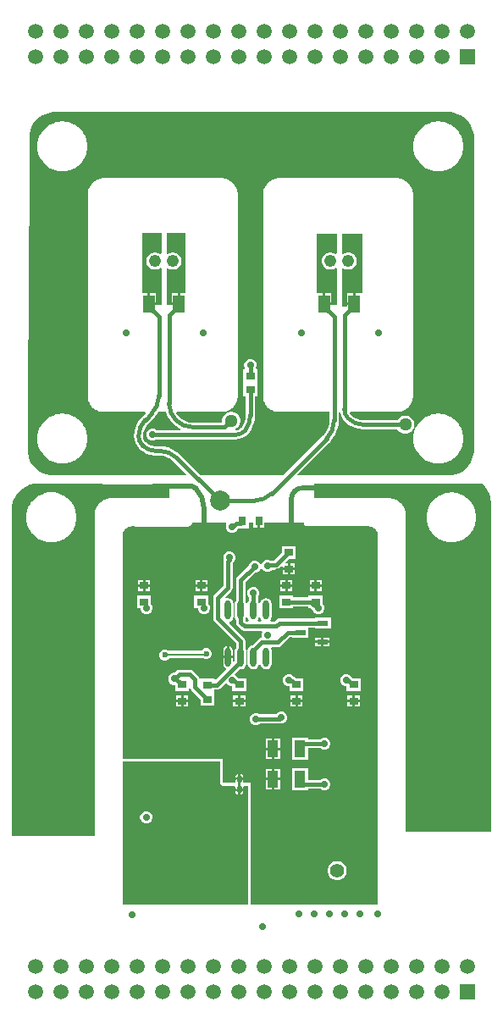
<source format=gbl>
G04*
G04 #@! TF.GenerationSoftware,Altium Limited,Altium Designer,21.8.1 (53)*
G04*
G04 Layer_Physical_Order=4*
G04 Layer_Color=16711680*
%FSLAX24Y24*%
%MOIN*%
G70*
G04*
G04 #@! TF.SameCoordinates,EDC69185-3C86-4443-AEAC-3931C59231B4*
G04*
G04*
G04 #@! TF.FilePolarity,Positive*
G04*
G01*
G75*
%ADD11C,0.0157*%
%ADD31C,0.0080*%
%ADD33O,0.0236X0.0748*%
%ADD34R,0.0354X0.0315*%
%ADD35R,0.0315X0.0354*%
%ADD39R,0.0453X0.0709*%
%ADD40C,0.0197*%
%ADD41C,0.0591*%
%ADD42R,0.0591X0.0591*%
%ADD43C,0.0551*%
%ADD44C,0.0478*%
%ADD45C,0.0276*%
%ADD46C,0.0236*%
%ADD47C,0.0787*%
%ADD48C,0.0512*%
%ADD50R,0.0433X0.0217*%
%ADD51R,0.0433X0.0669*%
G04:AMPARAMS|DCode=52|XSize=19.7mil|YSize=23.6mil|CornerRadius=4.9mil|HoleSize=0mil|Usage=FLASHONLY|Rotation=180.000|XOffset=0mil|YOffset=0mil|HoleType=Round|Shape=RoundedRectangle|*
%AMROUNDEDRECTD52*
21,1,0.0197,0.0138,0,0,180.0*
21,1,0.0098,0.0236,0,0,180.0*
1,1,0.0098,-0.0049,0.0069*
1,1,0.0098,0.0049,0.0069*
1,1,0.0098,0.0049,-0.0069*
1,1,0.0098,-0.0049,-0.0069*
%
%ADD52ROUNDEDRECTD52*%
G36*
X-4511Y10360D02*
X-4558Y10341D01*
X-4560Y10344D01*
X-4638Y10388D01*
X-4724Y10411D01*
X-4813D01*
X-4899Y10388D01*
X-4977Y10344D01*
X-5040Y10281D01*
X-5084Y10203D01*
X-5107Y10117D01*
Y10028D01*
X-5084Y9942D01*
X-5040Y9864D01*
X-4977Y9801D01*
X-4899Y9757D01*
X-4813Y9733D01*
X-4724D01*
X-4638Y9757D01*
X-4560Y9801D01*
X-4558Y9804D01*
X-4511Y9785D01*
Y8330D01*
X-5009D01*
Y8380D01*
X-5059D01*
Y8794D01*
X-5295D01*
X-5303Y8841D01*
Y11130D01*
X-4511D01*
Y10360D01*
D02*
G37*
G36*
X-11418D02*
X-11465Y10341D01*
X-11467Y10344D01*
X-11545Y10388D01*
X-11631Y10411D01*
X-11720D01*
X-11806Y10388D01*
X-11884Y10344D01*
X-11947Y10281D01*
X-11991Y10203D01*
X-12015Y10117D01*
Y10028D01*
X-11991Y9942D01*
X-11947Y9864D01*
X-11884Y9801D01*
X-11806Y9757D01*
X-11720Y9733D01*
X-11631D01*
X-11545Y9757D01*
X-11467Y9801D01*
X-11465Y9804D01*
X-11418Y9785D01*
Y8330D01*
X-11909D01*
Y8380D01*
X-11959D01*
Y8794D01*
X-12169D01*
Y11180D01*
X-11418D01*
Y10360D01*
D02*
G37*
G36*
X-3519Y8834D02*
X-3542Y8794D01*
X-3778D01*
Y8380D01*
X-3828D01*
Y8330D01*
X-4114D01*
Y8280D01*
X-4311D01*
Y9780D01*
X-4261Y9796D01*
X-4192Y9757D01*
X-4106Y9733D01*
X-4017D01*
X-3931Y9757D01*
X-3853Y9801D01*
X-3790Y9864D01*
X-3746Y9942D01*
X-3722Y10028D01*
Y10117D01*
X-3746Y10203D01*
X-3790Y10281D01*
X-3853Y10344D01*
X-3931Y10388D01*
X-4017Y10411D01*
X-4106D01*
X-4192Y10388D01*
X-4261Y10348D01*
X-4311Y10365D01*
Y10630D01*
Y11130D01*
X-3519D01*
Y8834D01*
D02*
G37*
G36*
X-10468Y8794D02*
X-10678D01*
Y8380D01*
X-10728D01*
Y8330D01*
X-11219D01*
Y9780D01*
X-11169Y9796D01*
X-11099Y9757D01*
X-11013Y9733D01*
X-10924D01*
X-10838Y9757D01*
X-10760Y9801D01*
X-10697Y9864D01*
X-10653Y9942D01*
X-10630Y10028D01*
Y10117D01*
X-10653Y10203D01*
X-10697Y10281D01*
X-10760Y10344D01*
X-10838Y10388D01*
X-10924Y10411D01*
X-11013D01*
X-11099Y10388D01*
X-11169Y10348D01*
X-11219Y10365D01*
Y10680D01*
Y11180D01*
X-10468D01*
Y8794D01*
D02*
G37*
G36*
X173Y15891D02*
X355Y15816D01*
X519Y15706D01*
X658Y15567D01*
X768Y15403D01*
X843Y15221D01*
X882Y15028D01*
Y14930D01*
Y2630D01*
Y2531D01*
X843Y2338D01*
X768Y2156D01*
X658Y1992D01*
X519Y1853D01*
X355Y1743D01*
X173Y1668D01*
X-20Y1630D01*
X-6045D01*
X-6065Y1676D01*
X-4818Y2922D01*
X-4782Y2958D01*
X-4782Y2958D01*
X-4662Y3099D01*
X-4565Y3257D01*
X-4494Y3428D01*
X-4451Y3609D01*
X-4436Y3794D01*
X-4436D01*
Y4100D01*
X-4387Y4106D01*
X-4348Y3976D01*
X-4284Y3856D01*
X-4198Y3752D01*
X-4197Y3751D01*
X-4198Y3750D01*
X-4041Y3621D01*
X-3862Y3525D01*
X-3667Y3466D01*
X-3465Y3446D01*
Y3447D01*
X-2124D01*
X-2103Y3411D01*
X-2037Y3345D01*
X-1956Y3298D01*
X-1865Y3274D01*
X-1772D01*
X-1681Y3298D01*
X-1600Y3345D01*
X-1534Y3411D01*
X-1487Y3492D01*
X-1463Y3583D01*
Y3676D01*
X-1487Y3767D01*
X-1534Y3848D01*
X-1600Y3914D01*
X-1681Y3961D01*
X-1772Y3985D01*
X-1865D01*
X-1956Y3961D01*
X-2037Y3914D01*
X-2103Y3848D01*
X-2124Y3812D01*
X-3465D01*
X-3470Y3811D01*
X-3596Y3823D01*
X-3722Y3861D01*
X-3839Y3924D01*
X-3937Y4004D01*
X-3940Y4008D01*
X-3943Y4010D01*
X-3993Y4076D01*
X-3998Y4088D01*
X-3970Y4130D01*
X-3398D01*
X-3398Y4130D01*
X-3383D01*
X-3368Y4127D01*
X-3321D01*
X-3318Y4126D01*
Y4127D01*
X-2168D01*
Y4126D01*
X-2166Y4127D01*
X-2119D01*
X-2104Y4130D01*
X-2089D01*
X-2043Y4139D01*
X-2041Y4139D01*
X-2039Y4140D01*
X-1993Y4149D01*
X-1979Y4155D01*
X-1964Y4157D01*
X-1921Y4175D01*
X-1919Y4176D01*
X-1917Y4177D01*
X-1873Y4195D01*
X-1861Y4204D01*
X-1847Y4209D01*
X-1807Y4235D01*
X-1806Y4236D01*
X-1804Y4238D01*
X-1765Y4264D01*
X-1754Y4275D01*
X-1742Y4283D01*
X-1708Y4316D01*
X-1707Y4318D01*
X-1705Y4319D01*
X-1672Y4353D01*
X-1664Y4365D01*
X-1653Y4376D01*
X-1627Y4415D01*
X-1625Y4417D01*
X-1624Y4419D01*
X-1598Y4458D01*
X-1592Y4472D01*
X-1584Y4484D01*
X-1566Y4528D01*
X-1565Y4530D01*
X-1564Y4532D01*
X-1546Y4575D01*
X-1543Y4590D01*
X-1538Y4604D01*
X-1529Y4650D01*
X-1528Y4652D01*
X-1528Y4654D01*
X-1519Y4700D01*
Y4716D01*
X-1516Y4730D01*
Y4777D01*
X-1515Y4780D01*
X-1516D01*
Y10330D01*
Y12680D01*
X-1515D01*
X-1516Y12682D01*
Y12729D01*
X-1519Y12744D01*
Y12759D01*
X-1528Y12805D01*
X-1528Y12807D01*
X-1529Y12809D01*
X-1538Y12855D01*
X-1543Y12869D01*
X-1546Y12884D01*
X-1564Y12927D01*
X-1565Y12929D01*
X-1566Y12931D01*
X-1584Y12975D01*
X-1592Y12987D01*
X-1598Y13001D01*
X-1624Y13041D01*
X-1625Y13042D01*
X-1627Y13044D01*
X-1653Y13083D01*
X-1664Y13094D01*
X-1672Y13106D01*
X-1705Y13140D01*
X-1707Y13141D01*
X-1708Y13143D01*
X-1742Y13176D01*
X-1754Y13184D01*
X-1765Y13195D01*
X-1804Y13221D01*
X-1806Y13223D01*
X-1807Y13224D01*
X-1847Y13250D01*
X-1861Y13256D01*
X-1873Y13264D01*
X-1917Y13282D01*
X-1919Y13283D01*
X-1921Y13284D01*
X-1964Y13302D01*
X-1979Y13305D01*
X-1993Y13310D01*
X-2039Y13320D01*
X-2041Y13320D01*
X-2043Y13320D01*
X-2089Y13330D01*
X-2104D01*
X-2119Y13332D01*
X-2166D01*
X-2168Y13333D01*
Y13332D01*
X-6769D01*
Y13333D01*
X-6771Y13332D01*
X-6818D01*
X-6833Y13330D01*
X-6848D01*
X-6894Y13320D01*
X-6896Y13320D01*
X-6898Y13320D01*
X-6944Y13310D01*
X-6958Y13305D01*
X-6973Y13302D01*
X-7016Y13284D01*
X-7018Y13283D01*
X-7020Y13282D01*
X-7064Y13264D01*
X-7076Y13256D01*
X-7090Y13250D01*
X-7130Y13224D01*
X-7131Y13223D01*
X-7133Y13221D01*
X-7172Y13195D01*
X-7183Y13184D01*
X-7195Y13176D01*
X-7229Y13143D01*
X-7230Y13141D01*
X-7232Y13140D01*
X-7265Y13106D01*
X-7273Y13094D01*
X-7284Y13083D01*
X-7310Y13044D01*
X-7312Y13042D01*
X-7313Y13041D01*
X-7339Y13001D01*
X-7345Y12987D01*
X-7353Y12975D01*
X-7371Y12931D01*
X-7372Y12929D01*
X-7373Y12927D01*
X-7391Y12884D01*
X-7394Y12869D01*
X-7399Y12855D01*
X-7408Y12809D01*
X-7409Y12807D01*
X-7409Y12805D01*
X-7419Y12759D01*
Y12744D01*
X-7421Y12729D01*
Y12682D01*
X-7422Y12680D01*
X-7421D01*
Y4780D01*
X-7422D01*
X-7421Y4777D01*
Y4730D01*
X-7419Y4716D01*
Y4700D01*
X-7409Y4654D01*
X-7409Y4652D01*
X-7408Y4650D01*
X-7399Y4604D01*
X-7394Y4590D01*
X-7391Y4575D01*
X-7373Y4532D01*
X-7372Y4530D01*
X-7371Y4528D01*
X-7353Y4484D01*
X-7345Y4472D01*
X-7339Y4458D01*
X-7313Y4419D01*
X-7312Y4417D01*
X-7310Y4415D01*
X-7284Y4376D01*
X-7273Y4365D01*
X-7265Y4353D01*
X-7232Y4319D01*
X-7230Y4318D01*
X-7229Y4316D01*
X-7195Y4283D01*
X-7183Y4275D01*
X-7172Y4264D01*
X-7133Y4238D01*
X-7131Y4236D01*
X-7130Y4235D01*
X-7090Y4209D01*
X-7076Y4204D01*
X-7064Y4195D01*
X-7020Y4177D01*
X-7018Y4176D01*
X-7016Y4175D01*
X-6973Y4157D01*
X-6958Y4155D01*
X-6944Y4149D01*
X-6898Y4140D01*
X-6896Y4139D01*
X-6894Y4139D01*
X-6848Y4130D01*
X-6833D01*
X-6818Y4127D01*
X-6771D01*
X-6769Y4126D01*
Y4127D01*
X-5619D01*
Y4126D01*
X-5616Y4127D01*
X-5569D01*
X-5554Y4130D01*
X-4801D01*
Y3794D01*
X-4799Y3786D01*
X-4814Y3634D01*
X-4861Y3480D01*
X-4937Y3338D01*
X-5007Y3252D01*
X-5040Y3216D01*
X-5040Y3216D01*
X-6626Y1630D01*
X-9861D01*
X-10669Y2438D01*
X-10669Y2438D01*
X-10810Y2558D01*
X-10967Y2654D01*
X-11137Y2725D01*
X-11316Y2768D01*
X-11500Y2782D01*
Y2782D01*
X-11667D01*
X-11675Y2781D01*
X-11797Y2797D01*
X-11919Y2847D01*
X-11984Y2897D01*
X-12021Y2929D01*
X-12041Y2949D01*
X-12044Y2951D01*
X-12094Y3015D01*
X-12126Y3094D01*
X-12137Y3175D01*
X-12136Y3179D01*
X-12138Y3185D01*
X-12124Y3320D01*
X-12083Y3455D01*
X-12016Y3580D01*
X-11958Y3652D01*
X-11925Y3688D01*
X-11890Y3724D01*
X-11718Y3896D01*
X-11682Y3931D01*
X-11682Y3931D01*
X-11562Y4072D01*
X-11527Y4130D01*
X-11249D01*
X-11246Y4118D01*
X-11179Y3956D01*
X-11088Y3807D01*
X-10974Y3674D01*
X-10841Y3560D01*
X-10692Y3469D01*
X-10672Y3461D01*
X-10682Y3412D01*
X-11614D01*
X-11634Y3431D01*
X-11721Y3467D01*
X-11816D01*
X-11903Y3431D01*
X-11970Y3364D01*
X-12006Y3277D01*
Y3182D01*
X-11970Y3095D01*
X-11903Y3028D01*
X-11816Y2992D01*
X-11721D01*
X-11634Y3028D01*
X-11614Y3047D01*
X-8513D01*
Y3047D01*
X-8369Y3061D01*
X-8230Y3103D01*
X-8102Y3172D01*
X-7990Y3264D01*
X-7990Y3264D01*
X-7962Y3299D01*
X-7960Y3301D01*
X-7946Y3325D01*
X-7865Y3457D01*
X-7794Y3628D01*
X-7751Y3809D01*
X-7736Y3994D01*
X-7736D01*
Y4746D01*
X-7641D01*
Y5248D01*
X-7641Y5261D01*
Y5298D01*
X-7641Y5311D01*
Y5813D01*
X-7680D01*
X-7687Y5818D01*
X-7710Y5863D01*
X-7681Y5932D01*
Y6027D01*
X-7717Y6114D01*
X-7784Y6181D01*
X-7871Y6217D01*
X-7966D01*
X-8053Y6181D01*
X-8120Y6114D01*
X-8156Y6027D01*
Y5932D01*
X-8127Y5863D01*
X-8150Y5818D01*
X-8157Y5813D01*
X-8196D01*
Y5311D01*
X-8196Y5298D01*
Y5261D01*
X-8196Y5248D01*
Y4746D01*
X-8101D01*
Y3994D01*
X-8099Y3986D01*
X-8114Y3834D01*
X-8161Y3680D01*
X-8237Y3538D01*
X-8258Y3512D01*
X-8325Y3461D01*
X-8416Y3423D01*
X-8492Y3413D01*
X-8508Y3461D01*
X-8450Y3495D01*
X-8384Y3561D01*
X-8337Y3642D01*
X-8313Y3733D01*
Y3826D01*
X-8337Y3917D01*
X-8384Y3998D01*
X-8450Y4064D01*
X-8531Y4111D01*
X-8622Y4135D01*
X-8715D01*
X-8806Y4111D01*
X-8887Y4064D01*
X-8953Y3998D01*
X-9000Y3917D01*
X-9024Y3826D01*
Y3733D01*
X-9040Y3712D01*
X-10186D01*
X-10192Y3710D01*
X-10332Y3724D01*
X-10474Y3767D01*
X-10604Y3837D01*
X-10718Y3930D01*
X-10811Y4044D01*
X-10834Y4087D01*
X-10808Y4130D01*
X-10298D01*
X-10298Y4130D01*
X-10283D01*
X-10268Y4127D01*
X-10221D01*
X-10218Y4126D01*
Y4127D01*
X-9068D01*
Y4126D01*
X-9066Y4127D01*
X-9019D01*
X-9004Y4130D01*
X-8989D01*
X-8943Y4139D01*
X-8941Y4139D01*
X-8939Y4140D01*
X-8893Y4149D01*
X-8879Y4155D01*
X-8864Y4157D01*
X-8821Y4175D01*
X-8819Y4176D01*
X-8817Y4177D01*
X-8773Y4195D01*
X-8761Y4204D01*
X-8747Y4209D01*
X-8707Y4235D01*
X-8706Y4236D01*
X-8704Y4238D01*
X-8665Y4264D01*
X-8654Y4275D01*
X-8642Y4283D01*
X-8608Y4316D01*
X-8607Y4318D01*
X-8605Y4319D01*
X-8572Y4353D01*
X-8564Y4365D01*
X-8553Y4376D01*
X-8527Y4415D01*
X-8525Y4417D01*
X-8524Y4419D01*
X-8498Y4458D01*
X-8492Y4472D01*
X-8484Y4484D01*
X-8466Y4528D01*
X-8465Y4530D01*
X-8464Y4532D01*
X-8446Y4575D01*
X-8443Y4590D01*
X-8438Y4604D01*
X-8429Y4650D01*
X-8428Y4652D01*
X-8428Y4654D01*
X-8418Y4700D01*
Y4716D01*
X-8416Y4730D01*
Y4777D01*
X-8415Y4780D01*
X-8416D01*
Y12680D01*
X-8415D01*
X-8416Y12682D01*
Y12729D01*
X-8418Y12744D01*
Y12759D01*
X-8428Y12805D01*
X-8428Y12807D01*
X-8429Y12809D01*
X-8438Y12855D01*
X-8443Y12869D01*
X-8446Y12884D01*
X-8464Y12927D01*
X-8465Y12929D01*
X-8466Y12931D01*
X-8484Y12975D01*
X-8492Y12987D01*
X-8498Y13001D01*
X-8524Y13041D01*
X-8525Y13042D01*
X-8527Y13044D01*
X-8553Y13083D01*
X-8564Y13094D01*
X-8572Y13106D01*
X-8605Y13140D01*
X-8607Y13141D01*
X-8608Y13143D01*
X-8642Y13176D01*
X-8654Y13184D01*
X-8665Y13195D01*
X-8704Y13221D01*
X-8706Y13223D01*
X-8708Y13224D01*
X-8747Y13250D01*
X-8761Y13256D01*
X-8773Y13264D01*
X-8817Y13282D01*
X-8819Y13283D01*
X-8821Y13284D01*
X-8864Y13302D01*
X-8879Y13305D01*
X-8893Y13310D01*
X-8939Y13320D01*
X-8941Y13320D01*
X-8943Y13320D01*
X-8989Y13330D01*
X-9004D01*
X-9019Y13332D01*
X-9066D01*
X-9068Y13333D01*
Y13332D01*
X-13669D01*
Y13333D01*
X-13671Y13332D01*
X-13718D01*
X-13733Y13330D01*
X-13748D01*
X-13794Y13320D01*
X-13796Y13320D01*
X-13798Y13320D01*
X-13844Y13310D01*
X-13858Y13305D01*
X-13873Y13302D01*
X-13916Y13284D01*
X-13918Y13283D01*
X-13920Y13282D01*
X-13964Y13264D01*
X-13976Y13256D01*
X-13990Y13250D01*
X-14030Y13224D01*
X-14031Y13223D01*
X-14033Y13221D01*
X-14072Y13195D01*
X-14083Y13184D01*
X-14095Y13176D01*
X-14129Y13143D01*
X-14130Y13141D01*
X-14132Y13140D01*
X-14165Y13106D01*
X-14173Y13094D01*
X-14184Y13083D01*
X-14210Y13044D01*
X-14212Y13042D01*
X-14213Y13041D01*
X-14239Y13001D01*
X-14245Y12987D01*
X-14253Y12975D01*
X-14271Y12931D01*
X-14272Y12929D01*
X-14273Y12927D01*
X-14291Y12884D01*
X-14294Y12869D01*
X-14299Y12855D01*
X-14308Y12809D01*
X-14309Y12807D01*
X-14309Y12805D01*
X-14319Y12759D01*
Y12744D01*
X-14321Y12729D01*
Y12682D01*
X-14322Y12680D01*
X-14321D01*
Y4780D01*
X-14322D01*
X-14321Y4777D01*
Y4730D01*
X-14318Y4716D01*
Y4700D01*
X-14309Y4654D01*
X-14309Y4652D01*
X-14308Y4650D01*
X-14299Y4604D01*
X-14294Y4590D01*
X-14291Y4575D01*
X-14273Y4532D01*
X-14272Y4530D01*
X-14271Y4528D01*
X-14253Y4484D01*
X-14245Y4472D01*
X-14239Y4458D01*
X-14213Y4419D01*
X-14212Y4417D01*
X-14210Y4415D01*
X-14184Y4376D01*
X-14173Y4365D01*
X-14165Y4353D01*
X-14132Y4319D01*
X-14130Y4318D01*
X-14129Y4316D01*
X-14095Y4283D01*
X-14083Y4275D01*
X-14072Y4264D01*
X-14033Y4238D01*
X-14031Y4236D01*
X-14030Y4235D01*
X-13990Y4209D01*
X-13976Y4204D01*
X-13964Y4195D01*
X-13920Y4177D01*
X-13918Y4176D01*
X-13916Y4175D01*
X-13873Y4157D01*
X-13858Y4155D01*
X-13844Y4149D01*
X-13798Y4140D01*
X-13796Y4139D01*
X-13794Y4139D01*
X-13748Y4130D01*
X-13733D01*
X-13718Y4127D01*
X-13671D01*
X-13669Y4126D01*
Y4127D01*
X-12519D01*
Y4126D01*
X-12516Y4127D01*
X-12469D01*
X-12454Y4130D01*
X-12065D01*
X-12046Y4083D01*
X-12183Y3946D01*
X-12184Y3945D01*
X-12293Y3816D01*
X-12382Y3671D01*
X-12448Y3514D01*
X-12487Y3349D01*
X-12500Y3180D01*
X-12501Y3179D01*
X-12500Y3177D01*
X-12487Y3044D01*
X-12448Y2915D01*
X-12384Y2796D01*
X-12300Y2692D01*
X-12299Y2691D01*
Y2691D01*
X-12279Y2671D01*
X-12263Y2657D01*
X-12148Y2563D01*
X-11998Y2483D01*
X-11836Y2434D01*
X-11667Y2417D01*
Y2418D01*
X-11500D01*
X-11492Y2419D01*
X-11342Y2404D01*
X-11189Y2358D01*
X-11049Y2283D01*
X-10932Y2187D01*
X-10927Y2181D01*
X-10422Y1676D01*
X-10442Y1630D01*
X-15767D01*
X-15960Y1668D01*
X-16142Y1743D01*
X-16306Y1853D01*
X-16445Y1992D01*
X-16555Y2156D01*
X-16630Y2338D01*
X-16668Y2531D01*
Y2630D01*
Y4730D01*
X-16618Y13630D01*
Y14930D01*
Y15028D01*
X-16580Y15221D01*
X-16505Y15403D01*
X-16395Y15567D01*
X-16256Y15706D01*
X-16092Y15816D01*
X-15910Y15891D01*
X-15717Y15930D01*
X-20D01*
X173Y15891D01*
D02*
G37*
G36*
X-11120Y1280D02*
Y729D01*
X-13399D01*
Y729D01*
X-13401Y729D01*
X-13448D01*
X-13463Y726D01*
X-13478D01*
X-13525Y716D01*
X-13527Y716D01*
X-13529Y716D01*
X-13575Y706D01*
X-13589Y701D01*
X-13604Y698D01*
X-13647Y680D01*
X-13649Y679D01*
X-13651Y678D01*
X-13695Y660D01*
X-13707Y652D01*
X-13721Y646D01*
X-13760Y620D01*
X-13762Y619D01*
X-13764Y617D01*
X-13803Y591D01*
X-13814Y580D01*
X-13826Y572D01*
X-13859Y539D01*
X-13861Y537D01*
X-13862Y536D01*
X-13896Y502D01*
X-13904Y490D01*
X-13915Y479D01*
X-13941Y440D01*
X-13942Y438D01*
X-13943Y437D01*
X-13969Y397D01*
X-13975Y383D01*
X-13984Y371D01*
X-14002Y327D01*
X-14003Y326D01*
X-14003Y324D01*
X-14021Y280D01*
X-14024Y265D01*
X-14030Y251D01*
X-14039Y205D01*
X-14040Y203D01*
X-14040Y201D01*
X-14049Y155D01*
Y140D01*
X-14052Y125D01*
Y78D01*
X-14052Y76D01*
X-14052D01*
Y-774D01*
Y-12550D01*
X-17260D01*
X-17278Y-12542D01*
X-17292Y-12528D01*
X-17300Y-12510D01*
Y-12500D01*
Y300D01*
Y398D01*
X-17262Y592D01*
X-17186Y774D01*
X-17077Y937D01*
X-16937Y1077D01*
X-16774Y1186D01*
X-16592Y1262D01*
X-16398Y1300D01*
X-16300Y1300D01*
X-16300Y1300D01*
X-11120Y1280D01*
D02*
G37*
G36*
X-7538Y-412D02*
X-7370D01*
Y-224D01*
X-5821D01*
X-5810Y-279D01*
X-5777Y-329D01*
X-5727Y-362D01*
X-5669Y-373D01*
X-3253D01*
X-3236Y-374D01*
X-3198Y-379D01*
X-3149Y-389D01*
X-3086Y-415D01*
X-3044Y-443D01*
X-3023Y-459D01*
X-2988Y-495D01*
X-2972Y-515D01*
X-2944Y-557D01*
X-2918Y-620D01*
X-2908Y-670D01*
X-2903Y-707D01*
X-2902Y-724D01*
Y-9524D01*
Y-15190D01*
X-2902Y-15190D01*
X-2902Y-15192D01*
X-2900Y-15203D01*
X-2900Y-15204D01*
X-2899Y-15207D01*
Y-15274D01*
X-7899D01*
Y-10474D01*
X-8172D01*
X-8199Y-10424D01*
X-8197Y-10421D01*
X-8189Y-10379D01*
Y-10360D01*
X-8237D01*
X-8248Y-10344D01*
X-8281Y-10322D01*
X-8320Y-10314D01*
X-8349D01*
X-8389D01*
X-8406Y-10318D01*
X-8423Y-10320D01*
X-8425Y-10321D01*
X-8428Y-10322D01*
X-8442Y-10332D01*
X-8457Y-10341D01*
X-8459Y-10343D01*
X-8461Y-10344D01*
X-8470Y-10359D01*
X-8471Y-10360D01*
X-8510D01*
Y-10379D01*
X-8501Y-10421D01*
X-8499Y-10424D01*
X-8517Y-10474D01*
X-8989D01*
X-8998Y-10473D01*
X-8999Y-10471D01*
Y-9626D01*
Y-9524D01*
X-12946D01*
Y-724D01*
X-12945Y-707D01*
X-12940Y-669D01*
X-12931Y-620D01*
X-12905Y-557D01*
X-12877Y-515D01*
X-12861Y-495D01*
X-12825Y-459D01*
X-12804Y-443D01*
X-12762Y-415D01*
X-12700Y-389D01*
X-12650Y-379D01*
X-12613Y-374D01*
X-12595Y-373D01*
X-12485D01*
X-12465Y-377D01*
X-12465Y-377D01*
Y-377D01*
X-10372D01*
X-10372Y-377D01*
X-10372Y-377D01*
X-10345Y-372D01*
X-10343Y-372D01*
X-10313Y-366D01*
X-10313Y-366D01*
X-10312Y-365D01*
X-10312Y-365D01*
X-10312Y-365D01*
X-10312Y-365D01*
X-10312Y-365D01*
X-10288Y-349D01*
X-10262Y-332D01*
X-10262Y-332D01*
X-10262Y-332D01*
X-10262Y-332D01*
X-10261Y-331D01*
X-10261Y-331D01*
X-10261Y-331D01*
X-10245Y-307D01*
X-10228Y-281D01*
X-10228Y-281D01*
X-10227Y-281D01*
X-10227Y-280D01*
X-10227Y-280D01*
X-10227Y-280D01*
X-10227Y-280D01*
X-10221Y-250D01*
X-10216Y-224D01*
X-8876D01*
X-8855Y-274D01*
X-8888Y-353D01*
Y-447D01*
X-8852Y-535D01*
X-8785Y-602D01*
X-8697Y-638D01*
X-8603D01*
X-8515Y-602D01*
X-8448Y-535D01*
X-8415Y-455D01*
X-8411Y-451D01*
X-8320D01*
X-8320Y-451D01*
X-8302Y-448D01*
X-7984D01*
Y-224D01*
X-7805D01*
Y-412D01*
X-7638D01*
Y-174D01*
X-7538D01*
Y-412D01*
D02*
G37*
G36*
X-8320Y-10633D02*
X-8398D01*
X-8389Y-10416D01*
X-8320D01*
Y-10633D01*
D02*
G37*
G36*
X1211Y1300D02*
X1211Y1300D01*
X1251Y1265D01*
X1323Y1187D01*
X1386Y1101D01*
X1440Y1010D01*
X1483Y913D01*
X1516Y812D01*
X1539Y709D01*
X1550Y603D01*
X1550Y550D01*
X1550Y-12400D01*
X-1796D01*
Y-420D01*
Y76D01*
X-1796D01*
X-1796Y78D01*
Y125D01*
X-1799Y140D01*
Y155D01*
X-1808Y201D01*
X-1809Y203D01*
X-1809Y205D01*
X-1818Y251D01*
X-1824Y265D01*
X-1827Y280D01*
X-1845Y324D01*
X-1846Y326D01*
X-1847Y327D01*
X-1865Y371D01*
X-1873Y383D01*
X-1879Y397D01*
X-1905Y437D01*
X-1906Y438D01*
X-1907Y440D01*
X-1934Y479D01*
X-1944Y490D01*
X-1953Y502D01*
X-1986Y536D01*
X-1987Y537D01*
X-1989Y539D01*
X-2022Y572D01*
X-2035Y580D01*
X-2046Y591D01*
X-2085Y617D01*
X-2086Y619D01*
X-2088Y620D01*
X-2127Y646D01*
X-2141Y652D01*
X-2154Y660D01*
X-2197Y678D01*
X-2199Y679D01*
X-2201Y680D01*
X-2245Y698D01*
X-2260Y701D01*
X-2274Y706D01*
X-2320Y716D01*
X-2322Y716D01*
X-2324Y716D01*
X-2370Y726D01*
X-2385D01*
X-2400Y729D01*
X-2447D01*
X-2449Y729D01*
Y729D01*
X-5400D01*
Y1300D01*
X1165D01*
X1211Y1300D01*
D02*
G37*
G36*
X-9101Y-10474D02*
X-9099Y-10484D01*
Y-10524D01*
X-9086D01*
X-9071Y-10546D01*
X-9038Y-10569D01*
X-8999Y-10576D01*
X-8548D01*
X-8501Y-10618D01*
X-8500Y-10622D01*
X-8500Y-10626D01*
X-8501Y-10627D01*
X-8510Y-10670D01*
Y-10689D01*
X-8481D01*
X-8474Y-10701D01*
X-8472Y-10703D01*
X-8471Y-10705D01*
X-8456Y-10715D01*
X-8442Y-10725D01*
X-8439Y-10726D01*
X-8437Y-10727D01*
X-8420Y-10730D01*
X-8403Y-10735D01*
X-8401Y-10734D01*
X-8398Y-10735D01*
X-8349D01*
X-8320D01*
X-8281Y-10727D01*
X-8248Y-10705D01*
X-8237Y-10689D01*
X-8189D01*
Y-10670D01*
X-8197Y-10627D01*
X-8201Y-10622D01*
X-8197Y-10610D01*
X-8176Y-10581D01*
X-8171Y-10576D01*
X-8001D01*
Y-15274D01*
X-12917D01*
X-12949Y-15236D01*
X-12946Y-15224D01*
Y-9626D01*
X-9101D01*
Y-10474D01*
D02*
G37*
%LPC*%
G36*
X-4959Y8794D02*
Y8430D01*
X-4723D01*
Y8794D01*
X-4959D01*
D02*
G37*
G36*
X-11623D02*
X-11859D01*
Y8430D01*
X-11623D01*
Y8794D01*
D02*
G37*
G36*
X-3878D02*
X-4114D01*
Y8430D01*
X-3878D01*
Y8794D01*
D02*
G37*
G36*
X-10778D02*
X-11014D01*
Y8430D01*
X-10778D01*
Y8794D01*
D02*
G37*
G36*
X-437Y15559D02*
X-600D01*
X-615Y15556D01*
X-630D01*
X-790Y15525D01*
X-803Y15519D01*
X-818Y15516D01*
X-969Y15453D01*
X-981Y15445D01*
X-995Y15439D01*
X-1131Y15349D01*
X-1141Y15338D01*
X-1154Y15330D01*
X-1269Y15215D01*
X-1277Y15202D01*
X-1288Y15192D01*
X-1378Y15056D01*
X-1384Y15042D01*
X-1392Y15030D01*
X-1455Y14879D01*
X-1458Y14864D01*
X-1463Y14851D01*
X-1495Y14691D01*
Y14676D01*
X-1498Y14661D01*
Y14498D01*
X-1495Y14483D01*
Y14468D01*
X-1463Y14309D01*
X-1458Y14295D01*
X-1455Y14280D01*
X-1392Y14129D01*
X-1384Y14117D01*
X-1378Y14103D01*
X-1288Y13968D01*
X-1277Y13957D01*
X-1269Y13944D01*
X-1154Y13829D01*
X-1141Y13821D01*
X-1131Y13810D01*
X-995Y13720D01*
X-981Y13714D01*
X-969Y13706D01*
X-818Y13643D01*
X-803Y13640D01*
X-790Y13635D01*
X-630Y13603D01*
X-615D01*
X-600Y13600D01*
X-437D01*
X-422Y13603D01*
X-407D01*
X-248Y13635D01*
X-234Y13640D01*
X-219Y13643D01*
X-68Y13706D01*
X-56Y13714D01*
X-42Y13720D01*
X93Y13810D01*
X104Y13821D01*
X117Y13829D01*
X232Y13944D01*
X240Y13957D01*
X251Y13968D01*
X341Y14103D01*
X347Y14117D01*
X355Y14129D01*
X418Y14280D01*
X421Y14295D01*
X426Y14309D01*
X458Y14468D01*
Y14483D01*
X461Y14498D01*
Y14661D01*
X458Y14676D01*
Y14691D01*
X426Y14851D01*
X421Y14864D01*
X418Y14879D01*
X355Y15030D01*
X347Y15042D01*
X341Y15056D01*
X251Y15192D01*
X240Y15202D01*
X232Y15215D01*
X117Y15330D01*
X104Y15338D01*
X93Y15349D01*
X-42Y15439D01*
X-56Y15445D01*
X-68Y15453D01*
X-219Y15516D01*
X-234Y15519D01*
X-248Y15525D01*
X-407Y15556D01*
X-422D01*
X-437Y15559D01*
D02*
G37*
G36*
X-15237D02*
X-15400D01*
X-15415Y15556D01*
X-15430D01*
X-15589Y15525D01*
X-15603Y15519D01*
X-15618Y15516D01*
X-15769Y15453D01*
X-15781Y15445D01*
X-15795Y15439D01*
X-15931Y15349D01*
X-15941Y15338D01*
X-15954Y15330D01*
X-16069Y15215D01*
X-16077Y15202D01*
X-16088Y15192D01*
X-16178Y15056D01*
X-16184Y15042D01*
X-16192Y15030D01*
X-16255Y14879D01*
X-16258Y14864D01*
X-16264Y14851D01*
X-16295Y14691D01*
Y14676D01*
X-16298Y14661D01*
Y14498D01*
X-16295Y14483D01*
Y14468D01*
X-16264Y14309D01*
X-16258Y14295D01*
X-16255Y14280D01*
X-16192Y14129D01*
X-16184Y14117D01*
X-16178Y14103D01*
X-16088Y13968D01*
X-16077Y13957D01*
X-16069Y13944D01*
X-15954Y13829D01*
X-15941Y13821D01*
X-15931Y13810D01*
X-15795Y13720D01*
X-15781Y13714D01*
X-15769Y13706D01*
X-15618Y13643D01*
X-15603Y13640D01*
X-15589Y13635D01*
X-15430Y13603D01*
X-15415D01*
X-15400Y13600D01*
X-15237D01*
X-15222Y13603D01*
X-15207D01*
X-15048Y13635D01*
X-15034Y13640D01*
X-15019Y13643D01*
X-14868Y13706D01*
X-14856Y13714D01*
X-14842Y13720D01*
X-14706Y13810D01*
X-14696Y13821D01*
X-14683Y13829D01*
X-14568Y13944D01*
X-14560Y13957D01*
X-14549Y13968D01*
X-14459Y14103D01*
X-14453Y14117D01*
X-14445Y14129D01*
X-14382Y14280D01*
X-14379Y14295D01*
X-14374Y14309D01*
X-14342Y14468D01*
Y14483D01*
X-14339Y14498D01*
Y14661D01*
X-14342Y14676D01*
Y14691D01*
X-14374Y14851D01*
X-14379Y14864D01*
X-14382Y14879D01*
X-14445Y15030D01*
X-14453Y15042D01*
X-14459Y15056D01*
X-14549Y15192D01*
X-14560Y15202D01*
X-14568Y15215D01*
X-14683Y15330D01*
X-14696Y15338D01*
X-14706Y15349D01*
X-14842Y15439D01*
X-14856Y15445D01*
X-14868Y15453D01*
X-15019Y15516D01*
X-15034Y15519D01*
X-15048Y15525D01*
X-15207Y15556D01*
X-15222D01*
X-15237Y15559D01*
D02*
G37*
G36*
X-437Y4059D02*
X-600D01*
X-615Y4056D01*
X-630D01*
X-790Y4025D01*
X-803Y4019D01*
X-818Y4016D01*
X-969Y3954D01*
X-981Y3945D01*
X-995Y3939D01*
X-1131Y3849D01*
X-1141Y3838D01*
X-1154Y3830D01*
X-1269Y3715D01*
X-1277Y3702D01*
X-1288Y3692D01*
X-1378Y3556D01*
X-1384Y3542D01*
X-1392Y3530D01*
X-1455Y3379D01*
X-1458Y3364D01*
X-1463Y3351D01*
X-1495Y3191D01*
Y3176D01*
X-1498Y3161D01*
Y2998D01*
X-1495Y2983D01*
Y2968D01*
X-1463Y2809D01*
X-1458Y2795D01*
X-1455Y2780D01*
X-1392Y2629D01*
X-1384Y2617D01*
X-1378Y2603D01*
X-1288Y2468D01*
X-1277Y2457D01*
X-1269Y2444D01*
X-1154Y2329D01*
X-1141Y2321D01*
X-1131Y2310D01*
X-995Y2220D01*
X-981Y2214D01*
X-969Y2206D01*
X-818Y2143D01*
X-803Y2140D01*
X-790Y2135D01*
X-630Y2103D01*
X-615D01*
X-600Y2100D01*
X-437D01*
X-422Y2103D01*
X-407D01*
X-248Y2135D01*
X-234Y2140D01*
X-219Y2143D01*
X-68Y2206D01*
X-56Y2214D01*
X-42Y2220D01*
X93Y2310D01*
X104Y2321D01*
X117Y2329D01*
X232Y2444D01*
X240Y2457D01*
X251Y2468D01*
X341Y2603D01*
X347Y2617D01*
X355Y2629D01*
X418Y2780D01*
X421Y2795D01*
X426Y2809D01*
X458Y2968D01*
Y2983D01*
X461Y2998D01*
Y3161D01*
X458Y3176D01*
Y3191D01*
X426Y3351D01*
X421Y3364D01*
X418Y3379D01*
X355Y3530D01*
X347Y3542D01*
X341Y3556D01*
X251Y3692D01*
X240Y3702D01*
X232Y3715D01*
X117Y3830D01*
X104Y3838D01*
X93Y3849D01*
X-42Y3939D01*
X-56Y3945D01*
X-68Y3954D01*
X-219Y4016D01*
X-234Y4019D01*
X-248Y4025D01*
X-407Y4056D01*
X-422D01*
X-437Y4059D01*
D02*
G37*
G36*
X-15237D02*
X-15400D01*
X-15415Y4056D01*
X-15430D01*
X-15589Y4025D01*
X-15603Y4019D01*
X-15618Y4016D01*
X-15769Y3954D01*
X-15781Y3945D01*
X-15795Y3939D01*
X-15931Y3849D01*
X-15941Y3838D01*
X-15954Y3830D01*
X-16069Y3715D01*
X-16077Y3702D01*
X-16088Y3692D01*
X-16178Y3556D01*
X-16184Y3542D01*
X-16192Y3530D01*
X-16255Y3379D01*
X-16258Y3364D01*
X-16264Y3351D01*
X-16295Y3191D01*
Y3176D01*
X-16298Y3161D01*
Y2998D01*
X-16295Y2983D01*
Y2968D01*
X-16264Y2809D01*
X-16258Y2795D01*
X-16255Y2780D01*
X-16192Y2629D01*
X-16184Y2617D01*
X-16178Y2603D01*
X-16088Y2468D01*
X-16077Y2457D01*
X-16069Y2444D01*
X-15954Y2329D01*
X-15941Y2321D01*
X-15931Y2310D01*
X-15795Y2220D01*
X-15781Y2214D01*
X-15769Y2206D01*
X-15618Y2143D01*
X-15603Y2140D01*
X-15589Y2135D01*
X-15430Y2103D01*
X-15415D01*
X-15400Y2100D01*
X-15237D01*
X-15222Y2103D01*
X-15207D01*
X-15048Y2135D01*
X-15034Y2140D01*
X-15019Y2143D01*
X-14868Y2206D01*
X-14856Y2214D01*
X-14842Y2220D01*
X-14706Y2310D01*
X-14696Y2321D01*
X-14683Y2329D01*
X-14568Y2444D01*
X-14560Y2457D01*
X-14549Y2468D01*
X-14459Y2603D01*
X-14453Y2617D01*
X-14445Y2629D01*
X-14382Y2780D01*
X-14379Y2795D01*
X-14374Y2809D01*
X-14342Y2968D01*
Y2983D01*
X-14339Y2998D01*
Y3161D01*
X-14342Y3176D01*
Y3191D01*
X-14374Y3351D01*
X-14379Y3364D01*
X-14382Y3379D01*
X-14445Y3530D01*
X-14453Y3542D01*
X-14459Y3556D01*
X-14549Y3692D01*
X-14560Y3702D01*
X-14568Y3715D01*
X-14683Y3830D01*
X-14696Y3838D01*
X-14706Y3849D01*
X-14842Y3939D01*
X-14856Y3945D01*
X-14868Y3954D01*
X-15019Y4016D01*
X-15034Y4019D01*
X-15048Y4025D01*
X-15207Y4056D01*
X-15222D01*
X-15237Y4059D01*
D02*
G37*
G36*
X-15668Y963D02*
X-15832D01*
X-15847Y960D01*
X-15862D01*
X-16022Y928D01*
X-16036Y923D01*
X-16051Y920D01*
X-16202Y857D01*
X-16215Y849D01*
X-16228Y843D01*
X-16365Y752D01*
X-16375Y741D01*
X-16388Y733D01*
X-16503Y617D01*
X-16512Y605D01*
X-16522Y594D01*
X-16613Y458D01*
X-16619Y444D01*
X-16628Y432D01*
X-16690Y280D01*
X-16693Y266D01*
X-16699Y252D01*
X-16731Y91D01*
Y76D01*
X-16734Y61D01*
Y-20D01*
Y-102D01*
X-16731Y-117D01*
Y-132D01*
X-16699Y-293D01*
X-16693Y-307D01*
X-16690Y-321D01*
X-16628Y-473D01*
X-16619Y-485D01*
X-16613Y-499D01*
X-16522Y-635D01*
X-16512Y-646D01*
X-16503Y-658D01*
X-16388Y-774D01*
X-16375Y-782D01*
X-16365Y-793D01*
X-16228Y-884D01*
X-16215Y-890D01*
X-16202Y-898D01*
X-16051Y-961D01*
X-16036Y-964D01*
X-16022Y-969D01*
X-15862Y-1001D01*
X-15847D01*
X-15832Y-1004D01*
X-15668D01*
X-15653Y-1001D01*
X-15638D01*
X-15478Y-969D01*
X-15464Y-964D01*
X-15449Y-961D01*
X-15298Y-898D01*
X-15285Y-890D01*
X-15272Y-884D01*
X-15135Y-793D01*
X-15125Y-782D01*
X-15112Y-774D01*
X-14997Y-658D01*
X-14988Y-646D01*
X-14978Y-635D01*
X-14887Y-499D01*
X-14881Y-485D01*
X-14872Y-473D01*
X-14810Y-321D01*
X-14807Y-307D01*
X-14801Y-293D01*
X-14769Y-132D01*
Y-117D01*
X-14766Y-102D01*
Y-20D01*
Y61D01*
X-14769Y76D01*
Y91D01*
X-14801Y252D01*
X-14807Y266D01*
X-14810Y280D01*
X-14872Y432D01*
X-14881Y444D01*
X-14887Y458D01*
X-14978Y594D01*
X-14988Y605D01*
X-14997Y617D01*
X-15112Y733D01*
X-15125Y741D01*
X-15135Y752D01*
X-15272Y843D01*
X-15285Y849D01*
X-15298Y857D01*
X-15449Y920D01*
X-15464Y923D01*
X-15478Y928D01*
X-15638Y960D01*
X-15653D01*
X-15668Y963D01*
D02*
G37*
G36*
X-6122Y-1144D02*
X-6676D01*
Y-1401D01*
X-6995Y-1720D01*
X-7122D01*
X-7202Y-1687D01*
X-7297D01*
X-7384Y-1723D01*
X-7451Y-1790D01*
X-7478Y-1855D01*
X-7532D01*
X-7548Y-1815D01*
X-7615Y-1748D01*
X-7703Y-1712D01*
X-7797D01*
X-7885Y-1748D01*
X-7952Y-1815D01*
X-7988Y-1903D01*
Y-1930D01*
X-8429Y-2371D01*
X-8468Y-2430D01*
X-8482Y-2500D01*
X-8482Y-2500D01*
Y-3299D01*
X-8505Y-3334D01*
X-8522Y-3419D01*
Y-3931D01*
X-8505Y-4016D01*
X-8482Y-4051D01*
Y-4153D01*
X-8482Y-4153D01*
X-8468Y-4223D01*
X-8429Y-4282D01*
X-8282Y-4429D01*
X-8282Y-4429D01*
X-8223Y-4468D01*
X-8153Y-4482D01*
X-8153Y-4482D01*
X-7459D01*
X-7440Y-4528D01*
X-7451Y-4540D01*
X-7487Y-4627D01*
Y-4722D01*
X-7487Y-4722D01*
X-7510Y-4766D01*
X-7541Y-4773D01*
X-7601Y-4812D01*
X-7601Y-4812D01*
X-7844Y-5056D01*
X-7885Y-5064D01*
X-7957Y-5112D01*
X-8005Y-5184D01*
X-8022Y-5269D01*
Y-5781D01*
X-8005Y-5866D01*
X-7957Y-5938D01*
X-7885Y-5987D01*
X-7800Y-6003D01*
X-7715Y-5987D01*
X-7643Y-5938D01*
X-7595Y-5866D01*
X-7578Y-5781D01*
Y-5351D01*
X-7572Y-5348D01*
X-7522Y-5375D01*
Y-5781D01*
X-7505Y-5866D01*
X-7457Y-5938D01*
X-7385Y-5987D01*
X-7300Y-6003D01*
X-7215Y-5987D01*
X-7143Y-5938D01*
X-7095Y-5866D01*
X-7078Y-5781D01*
Y-5269D01*
X-7095Y-5184D01*
X-7106Y-5167D01*
X-7082Y-5123D01*
X-6841D01*
X-6841Y-5123D01*
X-6771Y-5109D01*
X-6712Y-5070D01*
X-6375Y-4732D01*
X-6265D01*
Y-4758D01*
X-5632D01*
Y-4358D01*
X-5376D01*
Y-4384D01*
X-4743D01*
Y-3968D01*
X-5376D01*
Y-3994D01*
X-6776D01*
X-6776Y-3994D01*
X-6846Y-4008D01*
X-6905Y-4047D01*
X-6905Y-4047D01*
X-6975Y-4118D01*
X-7104D01*
X-7129Y-4068D01*
X-7095Y-4016D01*
X-7078Y-3931D01*
Y-3419D01*
X-7095Y-3334D01*
X-7143Y-3262D01*
X-7215Y-3213D01*
X-7300Y-3197D01*
X-7385Y-3213D01*
X-7457Y-3262D01*
X-7505Y-3334D01*
X-7522Y-3419D01*
Y-3931D01*
X-7505Y-4016D01*
X-7471Y-4068D01*
X-7496Y-4118D01*
X-7604D01*
X-7629Y-4068D01*
X-7595Y-4016D01*
X-7578Y-3931D01*
Y-3419D01*
X-7595Y-3334D01*
X-7618Y-3299D01*
Y-3154D01*
X-7598Y-3135D01*
X-7562Y-3047D01*
Y-2953D01*
X-7598Y-2865D01*
X-7665Y-2798D01*
X-7753Y-2762D01*
X-7847D01*
X-7935Y-2798D01*
X-8002Y-2865D01*
X-8038Y-2953D01*
Y-3047D01*
X-8002Y-3135D01*
X-7982Y-3154D01*
Y-3299D01*
X-8005Y-3334D01*
X-8022Y-3419D01*
Y-3931D01*
X-8005Y-4016D01*
X-7971Y-4068D01*
X-7996Y-4118D01*
X-8078D01*
X-8118Y-4078D01*
Y-4051D01*
X-8095Y-4016D01*
X-8078Y-3931D01*
Y-3419D01*
X-8095Y-3334D01*
X-8118Y-3299D01*
Y-2575D01*
X-7730Y-2188D01*
X-7703D01*
X-7615Y-2152D01*
X-7548Y-2085D01*
X-7521Y-2019D01*
X-7467D01*
X-7451Y-2059D01*
X-7384Y-2126D01*
X-7297Y-2162D01*
X-7202D01*
X-7115Y-2126D01*
X-7073Y-2084D01*
X-6919D01*
X-6919Y-2084D01*
X-6849Y-2070D01*
X-6790Y-2031D01*
X-6687Y-1927D01*
X-6640Y-1946D01*
Y-2005D01*
X-6453D01*
Y-1838D01*
X-6532D01*
X-6551Y-1791D01*
X-6419Y-1659D01*
X-6122D01*
Y-1144D01*
D02*
G37*
G36*
X-6166Y-1838D02*
X-6353D01*
Y-2005D01*
X-6166D01*
Y-1838D01*
D02*
G37*
G36*
Y-2105D02*
X-6353D01*
Y-2273D01*
X-6166D01*
Y-2105D01*
D02*
G37*
G36*
X-6453D02*
X-6640D01*
Y-2273D01*
X-6453D01*
Y-2105D01*
D02*
G37*
G36*
X-9608Y-2476D02*
X-9795D01*
Y-2644D01*
X-9608D01*
Y-2476D01*
D02*
G37*
G36*
X-6258D02*
X-6445D01*
Y-2644D01*
X-6258D01*
Y-2476D01*
D02*
G37*
G36*
X-5108D02*
X-5295D01*
Y-2644D01*
X-5108D01*
Y-2476D01*
D02*
G37*
G36*
X-11858D02*
X-12045D01*
Y-2644D01*
X-11858D01*
Y-2476D01*
D02*
G37*
G36*
X-9895D02*
X-10082D01*
Y-2644D01*
X-9895D01*
Y-2476D01*
D02*
G37*
G36*
X-5395D02*
X-5582D01*
Y-2644D01*
X-5395D01*
Y-2476D01*
D02*
G37*
G36*
X-6545D02*
X-6732D01*
Y-2644D01*
X-6545D01*
Y-2476D01*
D02*
G37*
G36*
X-12145D02*
X-12332D01*
Y-2644D01*
X-12145D01*
Y-2476D01*
D02*
G37*
G36*
X-5108Y-2744D02*
X-5295D01*
Y-2911D01*
X-5108D01*
Y-2744D01*
D02*
G37*
G36*
X-5395D02*
X-5582D01*
Y-2911D01*
X-5395D01*
Y-2744D01*
D02*
G37*
G36*
X-6258D02*
X-6445D01*
Y-2911D01*
X-6258D01*
Y-2744D01*
D02*
G37*
G36*
X-6545D02*
X-6732D01*
Y-2911D01*
X-6545D01*
Y-2744D01*
D02*
G37*
G36*
X-9608D02*
X-9795D01*
Y-2911D01*
X-9608D01*
Y-2744D01*
D02*
G37*
G36*
X-9895D02*
X-10082D01*
Y-2911D01*
X-9895D01*
Y-2744D01*
D02*
G37*
G36*
X-11858D02*
X-12045D01*
Y-2911D01*
X-11858D01*
Y-2744D01*
D02*
G37*
G36*
X-12145D02*
X-12332D01*
Y-2911D01*
X-12145D01*
Y-2744D01*
D02*
G37*
G36*
X-5072Y-3090D02*
X-5626D01*
Y-3165D01*
X-6222D01*
Y-3090D01*
X-6776D01*
Y-3605D01*
X-6222D01*
Y-3529D01*
X-5626D01*
Y-3605D01*
X-5523D01*
X-5484Y-3644D01*
X-5451Y-3723D01*
X-5384Y-3790D01*
X-5297Y-3826D01*
X-5202D01*
X-5115Y-3790D01*
X-5048Y-3723D01*
X-5011Y-3636D01*
Y-3541D01*
X-5048Y-3454D01*
X-5072Y-3430D01*
Y-3090D01*
D02*
G37*
G36*
X-9572D02*
X-10126D01*
Y-3605D01*
X-9987D01*
Y-3636D01*
X-9951Y-3723D01*
X-9884Y-3790D01*
X-9797Y-3826D01*
X-9702D01*
X-9615Y-3790D01*
X-9548Y-3723D01*
X-9511Y-3636D01*
Y-3541D01*
X-9548Y-3454D01*
X-9572Y-3430D01*
Y-3090D01*
D02*
G37*
G36*
X-11822D02*
X-12376D01*
Y-3605D01*
X-12237D01*
Y-3636D01*
X-12201Y-3723D01*
X-12134Y-3790D01*
X-12047Y-3826D01*
X-11952D01*
X-11865Y-3790D01*
X-11798Y-3723D01*
X-11761Y-3636D01*
Y-3541D01*
X-11798Y-3454D01*
X-11822Y-3430D01*
Y-3090D01*
D02*
G37*
G36*
X-4802Y-4756D02*
X-5029D01*
Y-4874D01*
X-4802D01*
Y-4756D01*
D02*
G37*
G36*
X-5129D02*
X-5355D01*
Y-4874D01*
X-5129D01*
Y-4756D01*
D02*
G37*
G36*
X-4802Y-4974D02*
X-5029D01*
Y-5092D01*
X-4802D01*
Y-4974D01*
D02*
G37*
G36*
X-5129D02*
X-5355D01*
Y-5092D01*
X-5129D01*
Y-4974D01*
D02*
G37*
G36*
X-9607Y-5170D02*
X-9693D01*
X-9774Y-5203D01*
X-9835Y-5265D01*
X-9837Y-5269D01*
X-11144D01*
X-11163Y-5251D01*
X-11243Y-5218D01*
X-11330D01*
X-11410Y-5251D01*
X-11471Y-5312D01*
X-11504Y-5393D01*
Y-5479D01*
X-11471Y-5560D01*
X-11410Y-5621D01*
X-11330Y-5654D01*
X-11243D01*
X-11163Y-5621D01*
X-11101Y-5560D01*
X-11099Y-5555D01*
X-9792D01*
X-9774Y-5573D01*
X-9693Y-5606D01*
X-9607D01*
X-9526Y-5573D01*
X-9465Y-5512D01*
X-9432Y-5432D01*
Y-5345D01*
X-9465Y-5265D01*
X-9526Y-5203D01*
X-9607Y-5170D01*
D02*
G37*
G36*
X-8750Y-5098D02*
Y-5475D01*
X-8618D01*
Y-5269D01*
X-8632Y-5200D01*
X-8672Y-5141D01*
X-8731Y-5102D01*
X-8750Y-5098D01*
D02*
G37*
G36*
X-8850D02*
X-8869Y-5102D01*
X-8928Y-5141D01*
X-8968Y-5200D01*
X-8982Y-5269D01*
Y-5475D01*
X-8850D01*
Y-5098D01*
D02*
G37*
G36*
X-8703Y-1362D02*
X-8797D01*
X-8885Y-1398D01*
X-8952Y-1465D01*
X-8988Y-1553D01*
Y-1647D01*
X-8970Y-1690D01*
X-8982Y-1750D01*
X-8982Y-1750D01*
Y-2725D01*
X-9329Y-3071D01*
X-9368Y-3130D01*
X-9382Y-3200D01*
X-9382Y-3200D01*
Y-4000D01*
X-9382Y-4000D01*
X-9368Y-4070D01*
X-9329Y-4129D01*
X-8482Y-4975D01*
Y-5149D01*
X-8505Y-5184D01*
X-8522Y-5269D01*
Y-5664D01*
X-8527Y-5667D01*
X-8527Y-5667D01*
X-8572Y-5713D01*
X-8618Y-5694D01*
Y-5575D01*
X-8982D01*
Y-5781D01*
X-8968Y-5851D01*
X-8928Y-5910D01*
X-8875Y-5945D01*
X-8862Y-5973D01*
X-8855Y-5996D01*
X-9121Y-6261D01*
X-9124Y-6267D01*
X-9273Y-6415D01*
X-9323Y-6394D01*
Y-6367D01*
X-9877D01*
Y-6367D01*
X-9925Y-6362D01*
X-9932Y-6330D01*
X-9971Y-6271D01*
X-9971Y-6271D01*
X-10171Y-6071D01*
X-10230Y-6032D01*
X-10300Y-6018D01*
X-10300Y-6018D01*
X-10693D01*
X-10693Y-6018D01*
X-10763Y-6032D01*
X-10822Y-6071D01*
X-10822Y-6071D01*
X-10887Y-6137D01*
X-10947D01*
X-11034Y-6173D01*
X-11101Y-6240D01*
X-11137Y-6327D01*
Y-6422D01*
X-11101Y-6509D01*
X-11034Y-6576D01*
X-10947Y-6612D01*
X-10876D01*
Y-6859D01*
X-10322D01*
Y-6751D01*
X-10272Y-6747D01*
X-10268Y-6765D01*
X-10229Y-6824D01*
X-9877Y-7176D01*
Y-7433D01*
X-9323D01*
Y-6932D01*
X-9323Y-6918D01*
X-9323D01*
Y-6882D01*
X-9323D01*
Y-6807D01*
X-9224D01*
X-9224Y-6807D01*
X-9155Y-6793D01*
X-9096Y-6753D01*
X-8900Y-6558D01*
X-8841Y-6569D01*
X-8784Y-6626D01*
X-8697Y-6662D01*
X-8626D01*
Y-6859D01*
X-8072D01*
Y-6344D01*
X-8369D01*
X-8395Y-6318D01*
X-8454Y-6279D01*
X-8460Y-6277D01*
X-8515Y-6223D01*
X-8523Y-6179D01*
X-8340Y-5996D01*
X-8300Y-6003D01*
X-8215Y-5987D01*
X-8143Y-5938D01*
X-8095Y-5866D01*
X-8078Y-5781D01*
Y-5269D01*
X-8095Y-5184D01*
X-8118Y-5149D01*
Y-4900D01*
X-8132Y-4830D01*
X-8171Y-4771D01*
X-8171Y-4771D01*
X-8753Y-4189D01*
X-8739Y-4141D01*
X-8715Y-4136D01*
X-8643Y-4088D01*
X-8595Y-4016D01*
X-8578Y-3931D01*
Y-3419D01*
X-8595Y-3334D01*
X-8643Y-3262D01*
X-8715Y-3213D01*
X-8800Y-3197D01*
X-8885Y-3213D01*
X-8917Y-3174D01*
X-8671Y-2929D01*
X-8671Y-2929D01*
X-8632Y-2870D01*
X-8618Y-2800D01*
Y-1824D01*
X-8582Y-1770D01*
X-8581Y-1767D01*
X-8548Y-1735D01*
X-8512Y-1647D01*
Y-1553D01*
X-8548Y-1465D01*
X-8615Y-1398D01*
X-8703Y-1362D01*
D02*
G37*
G36*
X-4102Y-6187D02*
X-4197D01*
X-4284Y-6223D01*
X-4351Y-6290D01*
X-4387Y-6377D01*
Y-6472D01*
X-4351Y-6559D01*
X-4284Y-6626D01*
X-4197Y-6662D01*
X-4126D01*
Y-6859D01*
X-3572D01*
Y-6344D01*
X-3869D01*
X-3895Y-6318D01*
X-3954Y-6279D01*
X-3960Y-6277D01*
X-4015Y-6223D01*
X-4102Y-6187D01*
D02*
G37*
G36*
X-6352D02*
X-6447D01*
X-6534Y-6223D01*
X-6601Y-6290D01*
X-6637Y-6377D01*
Y-6472D01*
X-6601Y-6559D01*
X-6534Y-6626D01*
X-6447Y-6662D01*
X-6376D01*
Y-6859D01*
X-5822D01*
Y-6344D01*
X-6119D01*
X-6145Y-6318D01*
X-6204Y-6279D01*
X-6210Y-6277D01*
X-6265Y-6223D01*
X-6352Y-6187D01*
D02*
G37*
G36*
X-3616Y-7038D02*
X-3803D01*
Y-7205D01*
X-3616D01*
Y-7038D01*
D02*
G37*
G36*
X-3903D02*
X-4090D01*
Y-7205D01*
X-3903D01*
Y-7038D01*
D02*
G37*
G36*
X-5866D02*
X-6053D01*
Y-7205D01*
X-5866D01*
Y-7038D01*
D02*
G37*
G36*
X-6153D02*
X-6340D01*
Y-7205D01*
X-6153D01*
Y-7038D01*
D02*
G37*
G36*
X-8116D02*
X-8303D01*
Y-7205D01*
X-8116D01*
Y-7038D01*
D02*
G37*
G36*
X-8403D02*
X-8590D01*
Y-7205D01*
X-8403D01*
Y-7038D01*
D02*
G37*
G36*
X-10366D02*
X-10553D01*
Y-7205D01*
X-10366D01*
Y-7038D01*
D02*
G37*
G36*
X-10653D02*
X-10840D01*
Y-7205D01*
X-10653D01*
Y-7038D01*
D02*
G37*
G36*
X-3616Y-7305D02*
X-3803D01*
Y-7473D01*
X-3616D01*
Y-7305D01*
D02*
G37*
G36*
X-3903D02*
X-4090D01*
Y-7473D01*
X-3903D01*
Y-7305D01*
D02*
G37*
G36*
X-5866D02*
X-6053D01*
Y-7473D01*
X-5866D01*
Y-7305D01*
D02*
G37*
G36*
X-6153D02*
X-6340D01*
Y-7473D01*
X-6153D01*
Y-7305D01*
D02*
G37*
G36*
X-8116D02*
X-8303D01*
Y-7473D01*
X-8116D01*
Y-7305D01*
D02*
G37*
G36*
X-8403D02*
X-8590D01*
Y-7473D01*
X-8403D01*
Y-7305D01*
D02*
G37*
G36*
X-10366D02*
X-10553D01*
Y-7473D01*
X-10366D01*
Y-7305D01*
D02*
G37*
G36*
X-10653D02*
X-10840D01*
Y-7473D01*
X-10653D01*
Y-7305D01*
D02*
G37*
G36*
X-6653Y-7662D02*
X-6747D01*
X-6835Y-7698D01*
X-6902Y-7765D01*
X-6903Y-7768D01*
X-7546D01*
X-7565Y-7748D01*
X-7653Y-7712D01*
X-7747D01*
X-7835Y-7748D01*
X-7902Y-7815D01*
X-7938Y-7903D01*
Y-7997D01*
X-7902Y-8085D01*
X-7835Y-8152D01*
X-7747Y-8188D01*
X-7653D01*
X-7565Y-8152D01*
X-7546Y-8132D01*
X-6782D01*
X-6782Y-8132D01*
X-6768Y-8129D01*
X-6747Y-8138D01*
X-6653D01*
X-6565Y-8102D01*
X-6498Y-8035D01*
X-6462Y-7947D01*
Y-7853D01*
X-6498Y-7765D01*
X-6565Y-7698D01*
X-6653Y-7662D01*
D02*
G37*
G36*
X-4952Y-8687D02*
X-5047D01*
X-5134Y-8723D01*
X-5153Y-8742D01*
X-5651D01*
Y-8696D01*
X-6284D01*
Y-9524D01*
Y-9566D01*
X-5651D01*
Y-9524D01*
Y-9447D01*
D01*
Y-9107D01*
X-5153D01*
X-5134Y-9126D01*
X-5047Y-9162D01*
X-4952D01*
X-4865Y-9126D01*
X-4798Y-9059D01*
X-4761Y-8972D01*
Y-8877D01*
X-4798Y-8790D01*
X-4865Y-8723D01*
X-4952Y-8687D01*
D02*
G37*
G36*
X-6754Y-8736D02*
X-6981D01*
Y-9081D01*
X-6754D01*
Y-8736D01*
D02*
G37*
G36*
X-7081D02*
X-7307D01*
Y-9081D01*
X-7081D01*
Y-8736D01*
D02*
G37*
G36*
X-6754Y-9181D02*
X-6981D01*
Y-9526D01*
X-6754D01*
Y-9524D01*
Y-9456D01*
D01*
Y-9181D01*
D02*
G37*
G36*
X-7081D02*
X-7307D01*
Y-9524D01*
Y-9526D01*
X-7081D01*
Y-9181D01*
D02*
G37*
G36*
X-8299Y-10130D02*
Y-10260D01*
X-8189D01*
Y-10241D01*
X-8197Y-10198D01*
X-8221Y-10162D01*
X-8257Y-10138D01*
X-8299Y-10130D01*
D02*
G37*
G36*
X-8399D02*
X-8441Y-10138D01*
X-8477Y-10162D01*
X-8501Y-10198D01*
X-8510Y-10241D01*
Y-10260D01*
X-8399D01*
Y-10130D01*
D02*
G37*
G36*
X-6754Y-9923D02*
X-6981D01*
Y-10268D01*
X-6754D01*
Y-9923D01*
D02*
G37*
G36*
X-7081D02*
X-7307D01*
Y-10268D01*
X-7081D01*
Y-9923D01*
D02*
G37*
G36*
X-6754Y-10368D02*
X-6981D01*
Y-10712D01*
X-6754D01*
Y-10368D01*
D02*
G37*
G36*
X-7081D02*
X-7307D01*
Y-10712D01*
X-7081D01*
Y-10368D01*
D02*
G37*
G36*
X-5651Y-9883D02*
X-6284D01*
Y-10752D01*
X-5651D01*
Y-10707D01*
X-5153D01*
X-5134Y-10726D01*
X-5047Y-10762D01*
X-4952D01*
X-4865Y-10726D01*
X-4798Y-10659D01*
X-4761Y-10572D01*
Y-10477D01*
X-4798Y-10390D01*
X-4865Y-10323D01*
X-4952Y-10287D01*
X-5047D01*
X-5134Y-10323D01*
X-5153Y-10342D01*
X-5651D01*
Y-9883D01*
D02*
G37*
G36*
X-4450Y-13549D02*
X-4549D01*
X-4644Y-13574D01*
X-4730Y-13624D01*
X-4800Y-13694D01*
X-4849Y-13779D01*
X-4875Y-13875D01*
Y-13974D01*
X-4849Y-14069D01*
X-4800Y-14155D01*
X-4730Y-14225D01*
X-4644Y-14274D01*
X-4549Y-14300D01*
X-4450D01*
X-4354Y-14274D01*
X-4269Y-14225D01*
X-4199Y-14155D01*
X-4149Y-14069D01*
X-4124Y-13974D01*
Y-13875D01*
X-4149Y-13779D01*
X-4199Y-13694D01*
X-4269Y-13624D01*
X-4354Y-13574D01*
X-4450Y-13549D01*
D02*
G37*
G36*
X79Y959D02*
X-83D01*
X-98Y956D01*
X-113D01*
X-273Y925D01*
X-287Y919D01*
X-302Y916D01*
X-452Y853D01*
X-465Y845D01*
X-479Y839D01*
X-614Y749D01*
X-625Y738D01*
X-637Y730D01*
X-752Y615D01*
X-761Y602D01*
X-771Y592D01*
X-862Y456D01*
X-868Y442D01*
X-876Y430D01*
X-938Y279D01*
X-941Y264D01*
X-947Y251D01*
X-979Y91D01*
Y76D01*
X-982Y61D01*
Y-102D01*
X-979Y-117D01*
Y-132D01*
X-947Y-291D01*
X-941Y-305D01*
X-938Y-320D01*
X-876Y-471D01*
X-868Y-483D01*
X-862Y-497D01*
X-771Y-632D01*
X-761Y-643D01*
X-752Y-656D01*
X-637Y-771D01*
X-625Y-779D01*
X-614Y-790D01*
X-479Y-880D01*
X-465Y-886D01*
X-452Y-894D01*
X-302Y-957D01*
X-287Y-960D01*
X-273Y-965D01*
X-113Y-997D01*
X-98D01*
X-83Y-1000D01*
X79D01*
X94Y-997D01*
X109D01*
X269Y-965D01*
X283Y-960D01*
X298Y-957D01*
X448Y-894D01*
X461Y-886D01*
X475Y-880D01*
X610Y-790D01*
X621Y-779D01*
X633Y-771D01*
X748Y-656D01*
X757Y-643D01*
X767Y-632D01*
X858Y-497D01*
X864Y-483D01*
X872Y-471D01*
X934Y-320D01*
X937Y-305D01*
X943Y-291D01*
X975Y-132D01*
Y-117D01*
X978Y-102D01*
Y61D01*
X975Y76D01*
Y91D01*
X943Y251D01*
X937Y264D01*
X934Y279D01*
X872Y430D01*
X864Y442D01*
X858Y456D01*
X767Y592D01*
X757Y602D01*
X748Y615D01*
X633Y730D01*
X621Y738D01*
X610Y749D01*
X475Y839D01*
X461Y845D01*
X448Y853D01*
X298Y916D01*
X283Y919D01*
X269Y925D01*
X109Y956D01*
X94D01*
X79Y959D01*
D02*
G37*
G36*
X-8189Y-10789D02*
X-8299D01*
Y-10919D01*
X-8257Y-10911D01*
X-8221Y-10887D01*
X-8197Y-10850D01*
X-8189Y-10808D01*
Y-10789D01*
D02*
G37*
G36*
X-8399D02*
X-8510D01*
Y-10808D01*
X-8501Y-10850D01*
X-8477Y-10887D01*
X-8441Y-10911D01*
X-8399Y-10919D01*
Y-10789D01*
D02*
G37*
G36*
X-11971Y-11583D02*
X-12066D01*
X-12153Y-11619D01*
X-12220Y-11686D01*
X-12256Y-11773D01*
Y-11868D01*
X-12220Y-11955D01*
X-12153Y-12022D01*
X-12066Y-12058D01*
X-11971D01*
X-11884Y-12022D01*
X-11817Y-11955D01*
X-11781Y-11868D01*
Y-11773D01*
X-11817Y-11686D01*
X-11884Y-11619D01*
X-11971Y-11583D01*
D02*
G37*
%LPD*%
D11*
X-4911Y3087D02*
G03*
X-4618Y3794I-707J707D01*
G01*
X-5968Y-10318D02*
G03*
X-5761Y-10524I207J0D01*
G01*
X-7783Y630D02*
G03*
X-7076Y922I0J1000D01*
G01*
X-10798Y2309D02*
G03*
X-11500Y2600I-702J-702D01*
G01*
X-11811Y4060D02*
G03*
X-11520Y4719I-707J707D01*
G01*
X-12054Y3817D02*
G03*
X-12319Y3179I638J-638D01*
G01*
D02*
G03*
X-12170Y2820I508J0D01*
G01*
X-12150Y2800D02*
G03*
X-11667Y2600I483J483D01*
G01*
X-11520Y4719D02*
G03*
X-11518Y4767I-999J48D01*
G01*
X-11119Y4462D02*
G03*
X-10186Y3530I933J0D01*
G01*
X-4069Y3880D02*
G03*
X-3465Y3630I604J604D01*
G01*
X-4218Y4242D02*
G03*
X-4069Y3880I512J0D01*
G01*
X-5761Y-8924D02*
G03*
X-5968Y-9131I0J-207D01*
G01*
X-8119Y3393D02*
G03*
X-7919Y3994I-799J601D01*
G01*
X-8513Y3230D02*
G03*
X-8119Y3393I0J557D01*
G01*
X-8487Y-269D02*
X-8320D01*
X-8650Y-400D02*
X-8618D01*
X-8241Y-190D02*
Y-170D01*
X-8320Y-269D02*
X-8241Y-190D01*
X-8618Y-400D02*
X-8487Y-269D01*
X-8300Y-5760D02*
Y-4900D01*
X-9200Y-4000D02*
X-8300Y-4900D01*
X-9200Y-4000D02*
Y-3200D01*
X-8398Y-5796D02*
X-8336D01*
X-8992Y-6390D02*
X-8398Y-5796D01*
X-8336D02*
X-8300Y-5760D01*
X-9749Y-3589D02*
X-9739Y-3599D01*
X-9224Y-6624D02*
X-8992Y-6392D01*
Y-6390D01*
X-9600Y-6624D02*
X-9224D01*
X-9620Y-7176D02*
X-9600D01*
X-10100Y-6695D02*
X-9620Y-7176D01*
X-10100Y-6695D02*
Y-6400D01*
X-10300Y-6200D02*
X-10100Y-6400D01*
X-10867Y-6374D02*
X-10693Y-6200D01*
X-10300D01*
X-10899Y-6374D02*
X-10867D01*
X-7800Y-3675D02*
Y-3000D01*
X-5089Y8350D02*
X-5009Y8270D01*
X-7076Y922D02*
X-4911Y3087D01*
X-5523Y-3347D02*
X-5281Y-3589D01*
X-5761Y-10524D02*
X-4999D01*
X-9118Y630D02*
X-7783D01*
X-11989Y8350D02*
X-11909Y8270D01*
X-11667Y2600D02*
X-11500D01*
X-12054Y3817D02*
X-11811Y4060D01*
X-12170Y2820D02*
X-12150Y2800D01*
X-6732Y-7900D02*
X-6700D01*
X-6782Y-7950D02*
X-6732Y-7900D01*
X-7700Y-7950D02*
X-6782D01*
X-8800Y-2800D02*
Y-1750D01*
X-8750Y-1700D01*
X-9200Y-3200D02*
X-8800Y-2800D01*
X-8153Y-4300D02*
X-6900D01*
X-8300Y-4153D02*
X-8153Y-4300D01*
X-6776Y-4176D02*
X-5059D01*
X-6900Y-4300D02*
X-6776Y-4176D01*
X-6450Y-4550D02*
X-5949D01*
X-6841Y-4941D02*
X-6450Y-4550D01*
X-7472Y-4941D02*
X-6841D01*
X-7800Y-5269D02*
X-7472Y-4941D01*
X-7800Y-5525D02*
Y-5269D01*
X-8300Y-4153D02*
Y-3675D01*
Y-2500D01*
X-7750Y-1950D01*
X-10798Y2309D02*
X-9118Y630D01*
X-4618Y3794D02*
Y7880D01*
X-11518Y4767D02*
Y7880D01*
X-8938Y3530D02*
X-8688Y3780D01*
X-8669D01*
X-10186Y3530D02*
X-8938D01*
X-11768Y3230D02*
X-8513D01*
X-3465Y3630D02*
X-1819D01*
X-4218Y7930D02*
X-3798Y8350D01*
X-4218Y4242D02*
Y7930D01*
X-5761Y-8924D02*
X-4999D01*
X-11119Y7930D02*
X-10698Y8350D01*
X-11119Y4462D02*
Y7930D01*
X-5009Y8252D02*
Y8270D01*
X-4861Y8104D02*
X-4843D01*
X-5009Y8252D02*
X-4861Y8104D01*
X-4843D02*
X-4618Y7880D01*
X-11909Y8252D02*
X-11761Y8104D01*
X-11743D01*
X-11518Y7880D01*
X-11909Y8252D02*
Y8270D01*
X-7919Y3994D02*
Y5004D01*
Y5980D02*
X-7918Y5980D01*
X-7919Y5555D02*
Y5980D01*
X-7249Y-1924D02*
X-7227Y-1902D01*
X-6919D01*
X-6419Y-1402D01*
X-8627Y-6447D02*
X-8523D01*
X-6119Y-6602D02*
X-6099D01*
X-8369D02*
X-8349D01*
X-8649Y-6424D02*
X-8627Y-6447D01*
X-8523D02*
X-8369Y-6602D01*
X-6377Y-6447D02*
X-6273D01*
X-6399Y-6424D02*
X-6377Y-6447D01*
X-6273D02*
X-6119Y-6602D01*
X-6499Y-3347D02*
X-5523D01*
X-10619Y-6602D02*
X-10599D01*
X-6419Y-1402D02*
X-6399D01*
X-5281Y-3589D02*
X-5249D01*
X-4127Y-6447D02*
X-4023D01*
X-3869Y-6602D02*
X-3849D01*
X-4023Y-6447D02*
X-3869Y-6602D01*
X-4149Y-6424D02*
X-4127Y-6447D01*
X-10899Y-6374D02*
X-10877Y-6397D01*
X-10823D02*
X-10619Y-6602D01*
X-10877Y-6397D02*
X-10823D01*
D31*
X-11262Y-5412D02*
X-9674D01*
X-11286Y-5436D02*
X-11262Y-5412D01*
X-9674D02*
X-9650Y-5388D01*
D33*
X-8800Y-3675D02*
D03*
X-8300D02*
D03*
X-7800D02*
D03*
X-7300D02*
D03*
X-8800Y-5525D02*
D03*
X-8300D02*
D03*
X-7800D02*
D03*
X-7300D02*
D03*
D34*
X-9600Y-7176D02*
D03*
Y-6624D02*
D03*
X-3853Y-7255D02*
D03*
X-3849Y-6602D02*
D03*
X-6103Y-7255D02*
D03*
X-6099Y-6602D02*
D03*
X-8353Y-7255D02*
D03*
X-8349Y-6602D02*
D03*
X-10603Y-7255D02*
D03*
X-10599Y-6602D02*
D03*
X-6403Y-2055D02*
D03*
X-6399Y-1402D02*
D03*
X-5345Y-2694D02*
D03*
X-5349Y-3347D02*
D03*
X-6495Y-2694D02*
D03*
X-6499Y-3347D02*
D03*
X-9845Y-2694D02*
D03*
X-9849Y-3347D02*
D03*
X-12095Y-2694D02*
D03*
X-12099Y-3347D02*
D03*
X-7919Y5555D02*
D03*
Y5004D02*
D03*
D35*
X-7588Y-174D02*
D03*
X-8241Y-170D02*
D03*
D39*
X-10728Y8380D02*
D03*
X-11909D02*
D03*
X-3828D02*
D03*
X-5009D02*
D03*
D40*
X-10100Y1150D02*
G03*
X-10221Y1200I-121J-121D01*
G01*
X-9750Y386D02*
G03*
X-10043Y1093I-1000J0D01*
G01*
X-6300Y-600D02*
G03*
X-6200Y-700I100J0D01*
G01*
X-5850Y1150D02*
G03*
X-6300Y700I0J-450D01*
G01*
X-11750Y1200D02*
X-10221D01*
X-10100Y1150D02*
X-10043Y1093D01*
X-9750Y-650D02*
Y386D01*
X-6300Y-600D02*
Y700D01*
X-5850Y1150D02*
X-5000D01*
D41*
X-16376Y19092D02*
D03*
Y18092D02*
D03*
X-15376Y19092D02*
D03*
Y18092D02*
D03*
X-14376Y19092D02*
D03*
Y18092D02*
D03*
X-13376Y19092D02*
D03*
Y18092D02*
D03*
X-12376Y19092D02*
D03*
Y18092D02*
D03*
X-11376Y19092D02*
D03*
Y18092D02*
D03*
X-10376Y19092D02*
D03*
Y18092D02*
D03*
X-9376Y19092D02*
D03*
Y18092D02*
D03*
X-8376Y19092D02*
D03*
Y18092D02*
D03*
X-7376Y19092D02*
D03*
Y18092D02*
D03*
X-6376Y19092D02*
D03*
Y18092D02*
D03*
X-5376Y19092D02*
D03*
Y18092D02*
D03*
X-4376Y19092D02*
D03*
Y18092D02*
D03*
X-3376Y19092D02*
D03*
Y18092D02*
D03*
X-2376Y19092D02*
D03*
Y18092D02*
D03*
X-1376Y19092D02*
D03*
Y18092D02*
D03*
X-376Y19092D02*
D03*
Y18092D02*
D03*
X624Y19092D02*
D03*
X-16376Y-17703D02*
D03*
Y-18703D02*
D03*
X-15376Y-17703D02*
D03*
Y-18703D02*
D03*
X-14376Y-17703D02*
D03*
Y-18703D02*
D03*
X-13376Y-17703D02*
D03*
Y-18703D02*
D03*
X-12376Y-17703D02*
D03*
Y-18703D02*
D03*
X-11376Y-17703D02*
D03*
Y-18703D02*
D03*
X-10376Y-17703D02*
D03*
Y-18703D02*
D03*
X-9376Y-17703D02*
D03*
Y-18703D02*
D03*
X-8376Y-17703D02*
D03*
Y-18703D02*
D03*
X-7376Y-17703D02*
D03*
Y-18703D02*
D03*
X-6376Y-17703D02*
D03*
Y-18703D02*
D03*
X-5376Y-17703D02*
D03*
Y-18703D02*
D03*
X-4376Y-17703D02*
D03*
Y-18703D02*
D03*
X-3376Y-17703D02*
D03*
Y-18703D02*
D03*
X-2376Y-17703D02*
D03*
Y-18703D02*
D03*
X-1376Y-17703D02*
D03*
Y-18703D02*
D03*
X-376Y-17703D02*
D03*
Y-18703D02*
D03*
X624Y-17703D02*
D03*
D42*
Y18092D02*
D03*
Y-18703D02*
D03*
D43*
X-4499Y-13924D02*
D03*
X-3999Y-14424D02*
D03*
Y-13424D02*
D03*
X-4999D02*
D03*
Y-14424D02*
D03*
D44*
X-11676Y10780D02*
D03*
X-10969D02*
D03*
Y10072D02*
D03*
X-11676D02*
D03*
X-4769Y10780D02*
D03*
X-4061D02*
D03*
Y10072D02*
D03*
X-4769D02*
D03*
D45*
X-7800Y-3000D02*
D03*
X-7700Y-7950D02*
D03*
X-6700Y-7900D02*
D03*
X-8750Y-1600D02*
D03*
X-7750Y-1950D02*
D03*
X-8650Y-400D02*
D03*
X-3918Y9180D02*
D03*
X-4868D02*
D03*
X-11768D02*
D03*
X-10819D02*
D03*
X-12811Y7244D02*
D03*
X-9776Y7230D02*
D03*
X-5904Y7244D02*
D03*
X-2869Y7230D02*
D03*
X-11768Y3230D02*
D03*
X-2919Y-15620D02*
D03*
X-3618D02*
D03*
X-4218D02*
D03*
X-4818D02*
D03*
X-5418D02*
D03*
X-6018D02*
D03*
X-12569Y-15670D02*
D03*
X-11818Y-8920D02*
D03*
X-12419Y-10270D02*
D03*
X-6549Y-10124D02*
D03*
Y-9324D02*
D03*
X-4999Y-9474D02*
D03*
X-10999Y-10524D02*
D03*
X-10899Y-9224D02*
D03*
X-7699Y-12374D02*
D03*
X-10249Y-11974D02*
D03*
X-6699Y-474D02*
D03*
X-8999Y-7924D02*
D03*
X-6549Y-10674D02*
D03*
X-7899Y-8924D02*
D03*
X-10999Y-10924D02*
D03*
X-4999Y-8924D02*
D03*
X-10999Y-9774D02*
D03*
X-10299Y-13424D02*
D03*
X-7549Y-11024D02*
D03*
X-4999Y-11074D02*
D03*
Y-10024D02*
D03*
X-12019Y-11820D02*
D03*
X-7446Y-16120D02*
D03*
X-7918Y5980D02*
D03*
X-4999Y-10524D02*
D03*
X-11999Y-3589D02*
D03*
X-7349Y-1474D02*
D03*
X-3349Y-7224D02*
D03*
X-3849Y-7774D02*
D03*
X-4299Y-7224D02*
D03*
X-12649Y-2674D02*
D03*
X-12099Y-2174D02*
D03*
X-11599Y-2674D02*
D03*
X-11099Y-7074D02*
D03*
X-9649Y-11274D02*
D03*
X-4149Y-6424D02*
D03*
X-6399D02*
D03*
X-7249Y-1924D02*
D03*
Y-4674D02*
D03*
X-5249Y-3589D02*
D03*
X-5799Y-2724D02*
D03*
X-6899Y-3274D02*
D03*
X-7749Y-6874D02*
D03*
X-6449Y-5074D02*
D03*
X-10899Y-6374D02*
D03*
X-8649Y-6424D02*
D03*
X-9749Y-3589D02*
D03*
X-9349Y-2724D02*
D03*
X-10349Y-2674D02*
D03*
X-10649Y-7724D02*
D03*
X-8849Y-6874D02*
D03*
X-6849Y-2174D02*
D03*
X-5349Y-2224D02*
D03*
X-4849Y-2774D02*
D03*
X-5949Y-7774D02*
D03*
X-6606Y-7274D02*
D03*
X-6349Y-7924D02*
D03*
D46*
X-11286Y-5436D02*
D03*
X-9650Y-5388D02*
D03*
D47*
X-9118Y630D02*
D03*
D48*
X-1819Y3630D02*
D03*
X-8669Y3780D02*
D03*
X-3018Y2580D02*
D03*
X-9469Y2430D02*
D03*
D50*
X-5059Y-4176D02*
D03*
X-5079Y-4924D02*
D03*
X-5949Y-4550D02*
D03*
D51*
X-5968Y-9131D02*
D03*
X-7031D02*
D03*
X-5968Y-10318D02*
D03*
X-7031D02*
D03*
D52*
X-8349Y-10739D02*
D03*
Y-10310D02*
D03*
M02*

</source>
